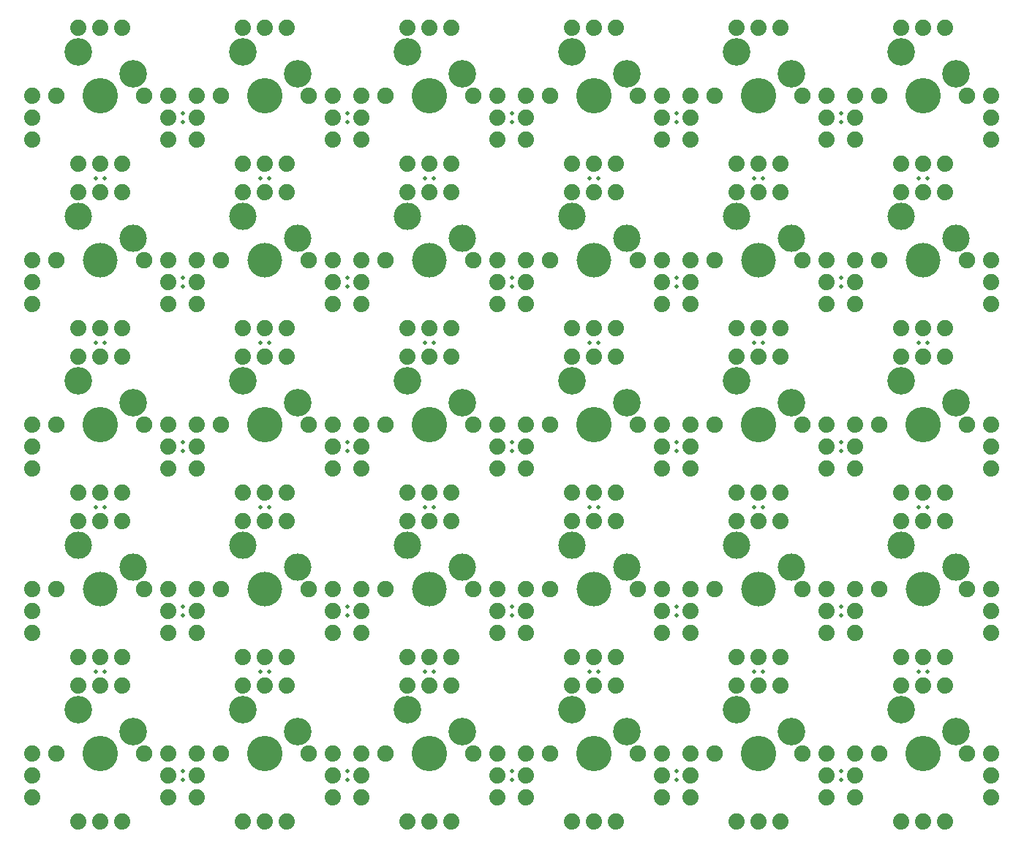
<source format=gbr>
G04 EAGLE Gerber RS-274X export*
G75*
%MOMM*%
%FSLAX34Y34*%
%LPD*%
%INSoldermask Bottom*%
%IPPOS*%
%AMOC8*
5,1,8,0,0,1.08239X$1,22.5*%
G01*
%ADD10C,0.501600*%
%ADD11C,4.101600*%
%ADD12C,3.201600*%
%ADD13C,1.915100*%
%ADD14C,1.879600*%
%ADD15C,4.001600*%
%ADD16C,3.165100*%


D10*
X95250Y-30480D03*
X285750Y-30480D03*
X476250Y-30480D03*
X666750Y-30480D03*
X857250Y-30480D03*
X-5080Y-95250D03*
X5080Y-95250D03*
X185420Y-95250D03*
X195580Y-95250D03*
X375920Y-95250D03*
X386080Y-95250D03*
X566420Y-95250D03*
X576580Y-95250D03*
X756920Y-95250D03*
X767080Y-95250D03*
X947420Y-95250D03*
X957580Y-95250D03*
X95250Y-210820D03*
X95250Y-220980D03*
X285750Y-210820D03*
X285750Y-220980D03*
X476250Y-210820D03*
X476250Y-220980D03*
X666750Y-210820D03*
X666750Y-220980D03*
X857250Y-210820D03*
X857250Y-220980D03*
X-5080Y-285750D03*
X5080Y-285750D03*
X185420Y-285750D03*
X195580Y-285750D03*
X375920Y-285750D03*
X386080Y-285750D03*
X566420Y-285750D03*
X576580Y-285750D03*
X756920Y-285750D03*
X767080Y-285750D03*
X947420Y-285750D03*
X957580Y-285750D03*
X95250Y-401320D03*
X95250Y-411480D03*
X285750Y-401320D03*
X285750Y-411480D03*
X476250Y-401320D03*
X476250Y-411480D03*
X666750Y-401320D03*
X666750Y-411480D03*
X857250Y-401320D03*
X857250Y-411480D03*
X-5080Y-476250D03*
X5080Y-476250D03*
X185420Y-476250D03*
X195580Y-476250D03*
X375920Y-476250D03*
X386080Y-476250D03*
X566420Y-476250D03*
X576580Y-476250D03*
X756920Y-476250D03*
X767080Y-476250D03*
X947420Y-476250D03*
X957580Y-476250D03*
X95250Y-591820D03*
X95250Y-601980D03*
X285750Y-591820D03*
X285750Y-601980D03*
X476250Y-591820D03*
X476250Y-601980D03*
X666750Y-591820D03*
X666750Y-601980D03*
X857250Y-591820D03*
X857250Y-601980D03*
X-5080Y-666750D03*
X5080Y-666750D03*
X185420Y-666750D03*
X195580Y-666750D03*
X375920Y-666750D03*
X386080Y-666750D03*
X566420Y-666750D03*
X576580Y-666750D03*
X756920Y-666750D03*
X767080Y-666750D03*
X947420Y-666750D03*
X957580Y-666750D03*
X95250Y-782320D03*
X95250Y-792480D03*
X285750Y-782320D03*
X285750Y-792480D03*
X476250Y-782320D03*
X476250Y-792480D03*
X666750Y-782320D03*
X666750Y-792480D03*
X857250Y-782320D03*
X857250Y-792480D03*
X857250Y-20320D03*
X666750Y-20320D03*
X476250Y-20320D03*
X285750Y-20320D03*
X95250Y-20320D03*
D11*
X0Y0D03*
D12*
X-25400Y50800D03*
X38100Y25400D03*
D13*
X-50800Y0D03*
X50800Y0D03*
D14*
X-25400Y78740D03*
X78740Y-50800D03*
X-78740Y-25400D03*
X78740Y0D03*
X-25400Y-78740D03*
X-78740Y-50800D03*
X78740Y-25400D03*
X-78740Y0D03*
X25400Y78740D03*
X25400Y-78740D03*
X0Y78740D03*
X0Y-78740D03*
D11*
X190500Y0D03*
D12*
X165100Y50800D03*
X228600Y25400D03*
D13*
X139700Y0D03*
X241300Y0D03*
D14*
X165100Y78740D03*
X269240Y-50800D03*
X111760Y-25400D03*
X269240Y0D03*
X165100Y-78740D03*
X111760Y-50800D03*
X269240Y-25400D03*
X111760Y0D03*
X215900Y78740D03*
X215900Y-78740D03*
X190500Y78740D03*
X190500Y-78740D03*
D11*
X381000Y0D03*
D12*
X355600Y50800D03*
X419100Y25400D03*
D13*
X330200Y0D03*
X431800Y0D03*
D14*
X355600Y78740D03*
X459740Y-50800D03*
X302260Y-25400D03*
X459740Y0D03*
X355600Y-78740D03*
X302260Y-50800D03*
X459740Y-25400D03*
X302260Y0D03*
X406400Y78740D03*
X406400Y-78740D03*
X381000Y78740D03*
X381000Y-78740D03*
D11*
X571500Y0D03*
D12*
X546100Y50800D03*
X609600Y25400D03*
D13*
X520700Y0D03*
X622300Y0D03*
D14*
X546100Y78740D03*
X650240Y-50800D03*
X492760Y-25400D03*
X650240Y0D03*
X546100Y-78740D03*
X492760Y-50800D03*
X650240Y-25400D03*
X492760Y0D03*
X596900Y78740D03*
X596900Y-78740D03*
X571500Y78740D03*
X571500Y-78740D03*
D11*
X762000Y0D03*
D12*
X736600Y50800D03*
X800100Y25400D03*
D13*
X711200Y0D03*
X812800Y0D03*
D14*
X736600Y78740D03*
X840740Y-50800D03*
X683260Y-25400D03*
X840740Y0D03*
X736600Y-78740D03*
X683260Y-50800D03*
X840740Y-25400D03*
X683260Y0D03*
X787400Y78740D03*
X787400Y-78740D03*
X762000Y78740D03*
X762000Y-78740D03*
D11*
X952500Y0D03*
D12*
X927100Y50800D03*
X990600Y25400D03*
D13*
X901700Y0D03*
X1003300Y0D03*
D14*
X927100Y78740D03*
X1031240Y-50800D03*
X873760Y-25400D03*
X1031240Y0D03*
X927100Y-78740D03*
X873760Y-50800D03*
X1031240Y-25400D03*
X873760Y0D03*
X977900Y78740D03*
X977900Y-78740D03*
X952500Y78740D03*
X952500Y-78740D03*
D15*
X0Y-190500D03*
D16*
X-25400Y-139700D03*
X38100Y-165100D03*
D13*
X-50800Y-190500D03*
X50800Y-190500D03*
D14*
X-25400Y-111760D03*
X78740Y-241300D03*
X78740Y-215900D03*
X78740Y-190500D03*
X-25400Y-269240D03*
X-78740Y-241300D03*
X-78740Y-215900D03*
X-78740Y-190500D03*
X25400Y-111760D03*
X25400Y-269240D03*
X0Y-111760D03*
X0Y-269240D03*
D15*
X190500Y-190500D03*
D16*
X165100Y-139700D03*
X228600Y-165100D03*
D13*
X139700Y-190500D03*
X241300Y-190500D03*
D14*
X165100Y-111760D03*
X269240Y-241300D03*
X269240Y-215900D03*
X269240Y-190500D03*
X165100Y-269240D03*
X111760Y-241300D03*
X111760Y-215900D03*
X111760Y-190500D03*
X215900Y-111760D03*
X215900Y-269240D03*
X190500Y-111760D03*
X190500Y-269240D03*
D15*
X381000Y-190500D03*
D16*
X355600Y-139700D03*
X419100Y-165100D03*
D13*
X330200Y-190500D03*
X431800Y-190500D03*
D14*
X355600Y-111760D03*
X459740Y-241300D03*
X459740Y-215900D03*
X459740Y-190500D03*
X355600Y-269240D03*
X302260Y-241300D03*
X302260Y-215900D03*
X302260Y-190500D03*
X406400Y-111760D03*
X406400Y-269240D03*
X381000Y-111760D03*
X381000Y-269240D03*
D15*
X571500Y-190500D03*
D16*
X546100Y-139700D03*
X609600Y-165100D03*
D13*
X520700Y-190500D03*
X622300Y-190500D03*
D14*
X546100Y-111760D03*
X650240Y-241300D03*
X650240Y-215900D03*
X650240Y-190500D03*
X546100Y-269240D03*
X492760Y-241300D03*
X492760Y-215900D03*
X492760Y-190500D03*
X596900Y-111760D03*
X596900Y-269240D03*
X571500Y-111760D03*
X571500Y-269240D03*
D15*
X762000Y-190500D03*
D16*
X736600Y-139700D03*
X800100Y-165100D03*
D13*
X711200Y-190500D03*
X812800Y-190500D03*
D14*
X736600Y-111760D03*
X840740Y-241300D03*
X840740Y-215900D03*
X840740Y-190500D03*
X736600Y-269240D03*
X683260Y-241300D03*
X683260Y-215900D03*
X683260Y-190500D03*
X787400Y-111760D03*
X787400Y-269240D03*
X762000Y-111760D03*
X762000Y-269240D03*
D15*
X952500Y-190500D03*
D16*
X927100Y-139700D03*
X990600Y-165100D03*
D13*
X901700Y-190500D03*
X1003300Y-190500D03*
D14*
X927100Y-111760D03*
X1031240Y-241300D03*
X1031240Y-215900D03*
X1031240Y-190500D03*
X927100Y-269240D03*
X873760Y-241300D03*
X873760Y-215900D03*
X873760Y-190500D03*
X977900Y-111760D03*
X977900Y-269240D03*
X952500Y-111760D03*
X952500Y-269240D03*
D11*
X0Y-381000D03*
D12*
X-25400Y-330200D03*
X38100Y-355600D03*
D13*
X-50800Y-381000D03*
X50800Y-381000D03*
D14*
X-25400Y-302260D03*
X78740Y-431800D03*
X-78740Y-406400D03*
X78740Y-381000D03*
X-25400Y-459740D03*
X-78740Y-431800D03*
X78740Y-406400D03*
X-78740Y-381000D03*
X25400Y-302260D03*
X25400Y-459740D03*
X0Y-302260D03*
X0Y-459740D03*
D11*
X190500Y-381000D03*
D12*
X165100Y-330200D03*
X228600Y-355600D03*
D13*
X139700Y-381000D03*
X241300Y-381000D03*
D14*
X165100Y-302260D03*
X269240Y-431800D03*
X111760Y-406400D03*
X269240Y-381000D03*
X165100Y-459740D03*
X111760Y-431800D03*
X269240Y-406400D03*
X111760Y-381000D03*
X215900Y-302260D03*
X215900Y-459740D03*
X190500Y-302260D03*
X190500Y-459740D03*
D11*
X381000Y-381000D03*
D12*
X355600Y-330200D03*
X419100Y-355600D03*
D13*
X330200Y-381000D03*
X431800Y-381000D03*
D14*
X355600Y-302260D03*
X459740Y-431800D03*
X302260Y-406400D03*
X459740Y-381000D03*
X355600Y-459740D03*
X302260Y-431800D03*
X459740Y-406400D03*
X302260Y-381000D03*
X406400Y-302260D03*
X406400Y-459740D03*
X381000Y-302260D03*
X381000Y-459740D03*
D11*
X571500Y-381000D03*
D12*
X546100Y-330200D03*
X609600Y-355600D03*
D13*
X520700Y-381000D03*
X622300Y-381000D03*
D14*
X546100Y-302260D03*
X650240Y-431800D03*
X492760Y-406400D03*
X650240Y-381000D03*
X546100Y-459740D03*
X492760Y-431800D03*
X650240Y-406400D03*
X492760Y-381000D03*
X596900Y-302260D03*
X596900Y-459740D03*
X571500Y-302260D03*
X571500Y-459740D03*
D11*
X762000Y-381000D03*
D12*
X736600Y-330200D03*
X800100Y-355600D03*
D13*
X711200Y-381000D03*
X812800Y-381000D03*
D14*
X736600Y-302260D03*
X840740Y-431800D03*
X683260Y-406400D03*
X840740Y-381000D03*
X736600Y-459740D03*
X683260Y-431800D03*
X840740Y-406400D03*
X683260Y-381000D03*
X787400Y-302260D03*
X787400Y-459740D03*
X762000Y-302260D03*
X762000Y-459740D03*
D11*
X952500Y-381000D03*
D12*
X927100Y-330200D03*
X990600Y-355600D03*
D13*
X901700Y-381000D03*
X1003300Y-381000D03*
D14*
X927100Y-302260D03*
X1031240Y-431800D03*
X873760Y-406400D03*
X1031240Y-381000D03*
X927100Y-459740D03*
X873760Y-431800D03*
X1031240Y-406400D03*
X873760Y-381000D03*
X977900Y-302260D03*
X977900Y-459740D03*
X952500Y-302260D03*
X952500Y-459740D03*
D15*
X0Y-571500D03*
D16*
X-25400Y-520700D03*
X38100Y-546100D03*
D13*
X-50800Y-571500D03*
X50800Y-571500D03*
D14*
X-25400Y-492760D03*
X78740Y-622300D03*
X78740Y-596900D03*
X78740Y-571500D03*
X-25400Y-650240D03*
X-78740Y-622300D03*
X-78740Y-596900D03*
X-78740Y-571500D03*
X25400Y-492760D03*
X25400Y-650240D03*
X0Y-492760D03*
X0Y-650240D03*
D15*
X190500Y-571500D03*
D16*
X165100Y-520700D03*
X228600Y-546100D03*
D13*
X139700Y-571500D03*
X241300Y-571500D03*
D14*
X165100Y-492760D03*
X269240Y-622300D03*
X269240Y-596900D03*
X269240Y-571500D03*
X165100Y-650240D03*
X111760Y-622300D03*
X111760Y-596900D03*
X111760Y-571500D03*
X215900Y-492760D03*
X215900Y-650240D03*
X190500Y-492760D03*
X190500Y-650240D03*
D15*
X381000Y-571500D03*
D16*
X355600Y-520700D03*
X419100Y-546100D03*
D13*
X330200Y-571500D03*
X431800Y-571500D03*
D14*
X355600Y-492760D03*
X459740Y-622300D03*
X459740Y-596900D03*
X459740Y-571500D03*
X355600Y-650240D03*
X302260Y-622300D03*
X302260Y-596900D03*
X302260Y-571500D03*
X406400Y-492760D03*
X406400Y-650240D03*
X381000Y-492760D03*
X381000Y-650240D03*
D15*
X571500Y-571500D03*
D16*
X546100Y-520700D03*
X609600Y-546100D03*
D13*
X520700Y-571500D03*
X622300Y-571500D03*
D14*
X546100Y-492760D03*
X650240Y-622300D03*
X650240Y-596900D03*
X650240Y-571500D03*
X546100Y-650240D03*
X492760Y-622300D03*
X492760Y-596900D03*
X492760Y-571500D03*
X596900Y-492760D03*
X596900Y-650240D03*
X571500Y-492760D03*
X571500Y-650240D03*
D15*
X762000Y-571500D03*
D16*
X736600Y-520700D03*
X800100Y-546100D03*
D13*
X711200Y-571500D03*
X812800Y-571500D03*
D14*
X736600Y-492760D03*
X840740Y-622300D03*
X840740Y-596900D03*
X840740Y-571500D03*
X736600Y-650240D03*
X683260Y-622300D03*
X683260Y-596900D03*
X683260Y-571500D03*
X787400Y-492760D03*
X787400Y-650240D03*
X762000Y-492760D03*
X762000Y-650240D03*
D15*
X952500Y-571500D03*
D16*
X927100Y-520700D03*
X990600Y-546100D03*
D13*
X901700Y-571500D03*
X1003300Y-571500D03*
D14*
X927100Y-492760D03*
X1031240Y-622300D03*
X1031240Y-596900D03*
X1031240Y-571500D03*
X927100Y-650240D03*
X873760Y-622300D03*
X873760Y-596900D03*
X873760Y-571500D03*
X977900Y-492760D03*
X977900Y-650240D03*
X952500Y-492760D03*
X952500Y-650240D03*
D11*
X0Y-762000D03*
D12*
X-25400Y-711200D03*
X38100Y-736600D03*
D13*
X-50800Y-762000D03*
X50800Y-762000D03*
D14*
X-25400Y-683260D03*
X78740Y-812800D03*
X-78740Y-787400D03*
X78740Y-762000D03*
X-25400Y-840740D03*
X-78740Y-812800D03*
X78740Y-787400D03*
X-78740Y-762000D03*
X25400Y-683260D03*
X25400Y-840740D03*
X0Y-683260D03*
X0Y-840740D03*
D11*
X190500Y-762000D03*
D12*
X165100Y-711200D03*
X228600Y-736600D03*
D13*
X139700Y-762000D03*
X241300Y-762000D03*
D14*
X165100Y-683260D03*
X269240Y-812800D03*
X111760Y-787400D03*
X269240Y-762000D03*
X165100Y-840740D03*
X111760Y-812800D03*
X269240Y-787400D03*
X111760Y-762000D03*
X215900Y-683260D03*
X215900Y-840740D03*
X190500Y-683260D03*
X190500Y-840740D03*
D11*
X381000Y-762000D03*
D12*
X355600Y-711200D03*
X419100Y-736600D03*
D13*
X330200Y-762000D03*
X431800Y-762000D03*
D14*
X355600Y-683260D03*
X459740Y-812800D03*
X302260Y-787400D03*
X459740Y-762000D03*
X355600Y-840740D03*
X302260Y-812800D03*
X459740Y-787400D03*
X302260Y-762000D03*
X406400Y-683260D03*
X406400Y-840740D03*
X381000Y-683260D03*
X381000Y-840740D03*
D11*
X571500Y-762000D03*
D12*
X546100Y-711200D03*
X609600Y-736600D03*
D13*
X520700Y-762000D03*
X622300Y-762000D03*
D14*
X546100Y-683260D03*
X650240Y-812800D03*
X492760Y-787400D03*
X650240Y-762000D03*
X546100Y-840740D03*
X492760Y-812800D03*
X650240Y-787400D03*
X492760Y-762000D03*
X596900Y-683260D03*
X596900Y-840740D03*
X571500Y-683260D03*
X571500Y-840740D03*
D11*
X762000Y-762000D03*
D12*
X736600Y-711200D03*
X800100Y-736600D03*
D13*
X711200Y-762000D03*
X812800Y-762000D03*
D14*
X736600Y-683260D03*
X840740Y-812800D03*
X683260Y-787400D03*
X840740Y-762000D03*
X736600Y-840740D03*
X683260Y-812800D03*
X840740Y-787400D03*
X683260Y-762000D03*
X787400Y-683260D03*
X787400Y-840740D03*
X762000Y-683260D03*
X762000Y-840740D03*
D11*
X952500Y-762000D03*
D12*
X927100Y-711200D03*
X990600Y-736600D03*
D13*
X901700Y-762000D03*
X1003300Y-762000D03*
D14*
X927100Y-683260D03*
X1031240Y-812800D03*
X873760Y-787400D03*
X1031240Y-762000D03*
X927100Y-840740D03*
X873760Y-812800D03*
X1031240Y-787400D03*
X873760Y-762000D03*
X977900Y-683260D03*
X977900Y-840740D03*
X952500Y-683260D03*
X952500Y-840740D03*
M02*

</source>
